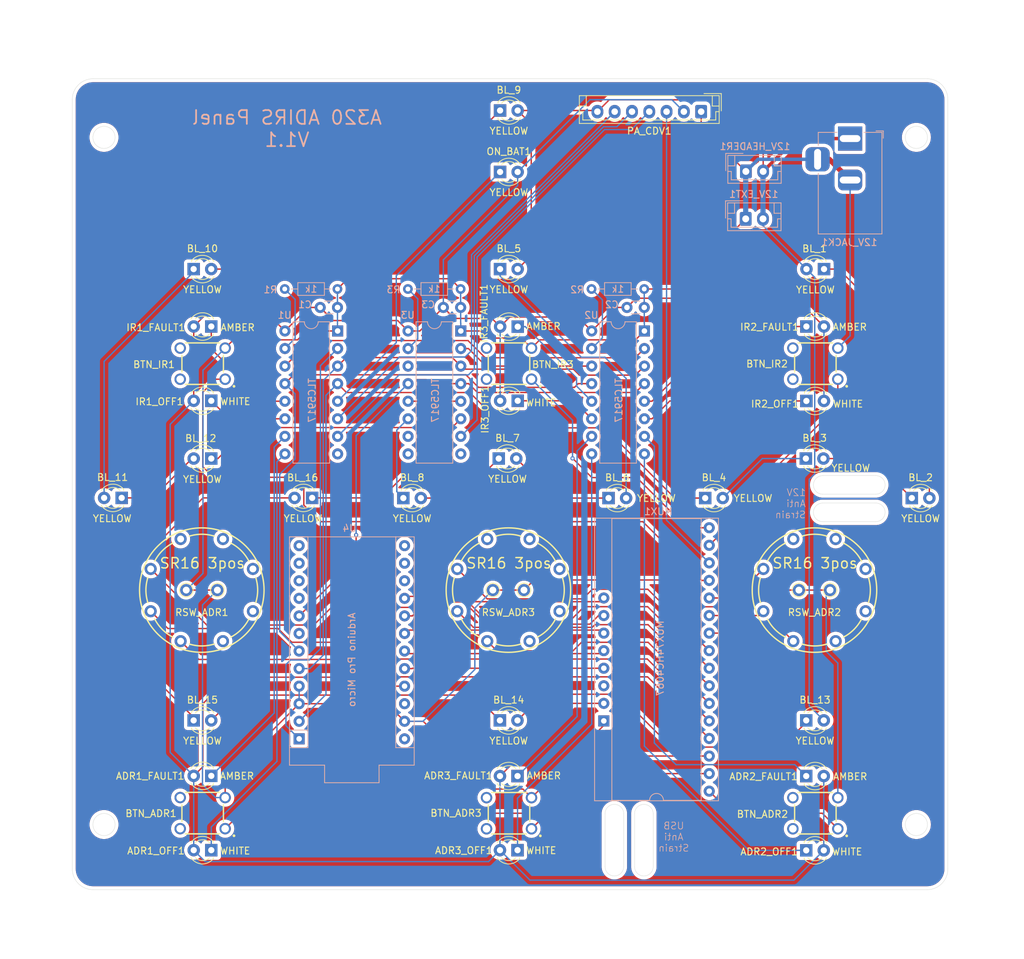
<source format=kicad_pcb>
(kicad_pcb (version 20240108) (generator "pcbnew") (generator_version "8.0")
  (title_block (title "A320 ADIRS Panel") (date "2024-11-28") (rev "V1.1") (company "S.K."))
  (layers (0 "F.Cu" signal) (31 "B.Cu" signal) (34 "B.Paste" user) (35 "F.Paste" user) (36 "B.SilkS" user "B.Silkscreen") (37 "F.SilkS" user "F.Silkscreen") (38 "B.Mask" user) (39 "F.Mask" user) (44 "Edge.Cuts" user))
  (net 0 "")
  (net 1 "12V_IN")
  (net 2 "GND")
  (net 3 "ADR1_FAULT")
  (net 4 "ADR1_OFF")
  (net 5 "+5V")
  (net 6 "ADR2_FAULT")
  (net 7 "ADR2_OFF")
  (net 8 "ADR3_FAULT")
  (net 9 "ADR3_OFF")
  (net 10 "Net-(BL_1-K)")
  (net 11 "Net-(BL_2-K)")
  (net 12 "Net-(BL_3-K)")
  (net 13 "BACKLIGHT_1")
  (net 14 "Net-(BL_5-K)")
  (net 15 "Net-(BL_6-K)")
  (net 16 "Net-(BL_7-K)")
  (net 17 "BACKLIGHT_2")
  (net 18 "Net-(BL_10-A)")
  (net 19 "Net-(BL_10-K)")
  (net 20 "Net-(BL_11-K)")
  (net 21 "BACKLIGHT_3")
  (net 22 "Net-(BL_13-K)")
  (net 23 "Net-(BL_14-K)")
  (net 24 "Net-(BL_15-K)")
  (net 25 "BACKLIGHT_4")
  (net 26 "IR1_FAULT")
  (net 28 "IR2_FAULT")
  (net 29 "BTN_ADR1")
  (net 30 "IR3_FAULT")
  (net 34 "BTN_ADR2")
  (net 37 "BTN_ADR3")
  (net 38 "BTN_IR1")
  (net 43 "BTN_IR2")
  (net 46 "BTN_IR3")
  (net 47 "ON_BAT")
  (net 53 "IR1_OFF")
  (net 54 "IR2_OFF")
  (net 55 "IR3_OFF")
  (net 56 "RSW_ADR1_OFF")
  (net 58 "RSW_ADR1_ATT")
  (net 59 "MUX1_DATA")
  (net 60 "RSW_ADR2_NAV")
  (net 61 "MUX_S0")
  (net 62 "MUX_S3")
  (net 65 "RSW_ADR3_ATT")
  (net 66 "Net-(U1-R-EXT)")
  (net 67 "Net-(U2-R-EXT)")
  (net 68 "Net-(U3-R-EXT)")
  (net 69 "RSW_ADR2_ATT")
  (net 70 "RSW_ADR1_NAV")
  (net 71 "RSW_ADR2_OFF")
  (net 82 "RSW_ADR3_NAV")
  (net 83 "RSW_ADR3_OFF")
  (net 93 "CDV_OFF")
  (net 95 "BTN_CDV_OFF")
  (net 99 "MUX_S2")
  (net 100 "MUX_S1")
  (net 101 "OSH_DOUT1")
  (net 102 "OSH_CLOCK")
  (net 103 "OSH_DIN")
  (net 104 "OUT_BRT_LED")
  (net 105 "OSH_LATCH")
  (net 106 "OSH_DOUT2")
  (net 107 "OUT_BRT_BACK")
  (net 108 "PA_IN_USE")
  (net 109 "BACKLIGHT_EXT")
  (footprint "LED_THT:LED_D3.0mm" (layer "F.Cu") (at 178.6382 124.968)
    (property "Reference" "BL_13")
    (property "Value" "YELLOW")
  )
  (footprint "LED_THT:LED_D3.0mm" (layer "F.Cu") (at 181.2136 59.69 180)
    (property "Reference" "BL_1")
    (property "Value" "YELLOW")
  )
  (footprint "LED_THT:LED_D3.0mm" (layer "F.Cu") (at 92.6338 78.74 180)
    (property "Reference" "IR1_OFF1")
    (property "Value" "WHITE")
  )
  (footprint "My:SR16-AB" (layer "F.Cu") (at 179.832 106.1212)
    (property "Reference" "RSW_ADR2")
    (property "Value" "SR16 3pos")
  )
  (footprint "LED_THT:LED_D3.0mm" (layer "F.Cu") (at 120.396 92.8116)
    (property "Reference" "BL_8")
    (property "Value" "YELLOW")
  )
  (footprint "LED_THT:LED_D3.0mm" (layer "F.Cu") (at 150.0632 92.8116)
    (property "Reference" "BL_6")
    (property "Value" "YELLOW")
  )
  (footprint "LED_THT:LED_D3.0mm" (layer "F.Cu") (at 134.3814 59.69)
    (property "Reference" "BL_5")
    (property "Value" "YELLOW")
  )
  (footprint "SamacSys_Parts:B3F1000" (layer "F.Cu") (at 135.6747 138.3945)
    (property "Reference" "BTN_ADR3")
    (property "Value" "B3F-1055" (hide yes))
  )
  (footprint "My:SR16-AB" (layer "F.Cu") (at 135.5852 106.1212)
    (property "Reference" "RSW_ADR3")
    (property "Value" "SR16 3pos")
  )
  (footprint "LED_THT:LED_D3.0mm" (layer "F.Cu") (at 134.356 124.968)
    (property "Reference" "BL_14")
    (property "Value" "YELLOW")
  )
  (footprint "LED_THT:LED_D3.0mm" (layer "F.Cu") (at 134.3814 36.7538)
    (property "Reference" "BL_9")
    (property "Value" "YELLOW")
  )
  (footprint "LED_THT:LED_D3.0mm" (layer "F.Cu") (at 136.906 143.7386 180)
    (property "Reference" "ADR3_OFF1")
    (property "Value" "WHITE")
  )
  (footprint "My:SR16-AB" (layer "F.Cu") (at 91.2622 106.1212)
    (property "Reference" "RSW_ADR1")
    (property "Value" "SR16 3pos")
  )
  (footprint "SamacSys_Parts:B3F1000" (layer "F.Cu") (at 91.3892 73.3705)
    (property "Reference" "BTN_IR1")
    (property "Value" "B3F-1055" (hide yes))
  )
  (footprint "LED_THT:LED_D3.0mm" (layer "F.Cu") (at 134.1882 87.0966)
    (property "Reference" "BL_7")
    (property "Value" "YELLOW")
  )
  (footprint "LED_THT:LED_D3.0mm" (layer "F.Cu") (at 164.0332 92.8116)
    (property "Reference" "BL_4")
    (property "Value" "YELLOW")
  )
  (footprint "LED_THT:LED_D3.0mm" (layer "F.Cu") (at 136.9314 68.0212 180)
    (property "Reference" "IR3_FAULT1")
    (property "Value" "AMBER")
  )
  (footprint "LED_THT:LED_D3.0mm" (layer "F.Cu") (at 134.3814 45.6438)
    (property "Reference" "ON_BAT1")
    (property "Value" "YELLOW")
  )
  (footprint "LED_THT:LED_D3.0mm" (layer "F.Cu") (at 107.2134 92.7862 180)
    (property "Reference" "BL_16")
    (property "Value" "YELLOW")
  )
  (footprint "LED_THT:LED_D3.0mm" (layer "F.Cu") (at 193.9036 92.8116)
    (property "Reference" "BL_2")
    (property "Value" "YELLOW")
  )
  (footprint "SamacSys_Parts:B3F1000" (layer "F.Cu") (at 179.9602 138.394)
    (property "Reference" "BTN_ADR2")
    (property "Value" "B3F-1055" (hide yes))
  )
  (footprint "LED_THT:LED_D3.0mm" (layer "F.Cu") (at 178.6382 143.764)
    (property "Reference" "ADR2_OFF1")
    (property "Value" "WHITE")
  )
  (footprint "LED_THT:LED_D3.0mm" (layer "F.Cu") (at 136.906 133.0198 180)
    (property "Reference" "ADR3_FAULT1")
    (property "Value" "AMBER")
  )
  (footprint "LED_THT:LED_D3.0mm" (layer "F.Cu") (at 92.6338 67.9958 180)
    (property "Reference" "IR1_FAULT1")
    (property "Value" "AMBER")
  )
  (footprint "LED_THT:LED_D3.0mm" (layer "F.Cu") (at 178.6382 133.0198)
    (property "Reference" "ADR2_FAULT1")
    (property "Value" "AMBER")
  )
  (footprint "SamacSys_Parts:B3F1000" (layer "F.Cu") (at 135.6747 73.3705)
    (property "Reference" "BTN_IR3")
    (property "Value" "B3F-1055" (hide yes))
  )
  (footprint "LED_THT:LED_D3.0mm" (layer "F.Cu") (at 92.6338 87.0966 180)
    (property "Reference" "BL_12")
    (property "Value" "YELLOW")
  )
  (footprint "Connector_JST:JST_EH_B7B-EH-A_1x07_P2.50mm_Vertical" (layer "F.Cu") (at 163.45 36.92 180)
    (property "Reference" "PA_CDV1")
    (property "Value" "Pin Header 1x07")
  )
  (footprint "SamacSys_Parts:B3F1000" (layer "F.Cu") (at 91.3892 138.3792)
    (property "Reference" "BTN_ADR1")
    (property "Value" "B3F-1055" (hide yes))
  )
  (footprint "LED_THT:LED_D3.0mm" (layer "F.Cu") (at 178.5874 87.0966)
    (property "Reference" "BL_3")
    (property "Value" "YELLOW")
  )
  (footprint "LED_THT:LED_D3.0mm" (layer "F.Cu") (at 90.0838 59.69)
    (property "Reference" "BL_10")
    (property "Value" "YELLOW")
  )
  (footprint "LED_THT:LED_D3.0mm" (layer "F.Cu") (at 90.0838 124.968)
    (property "Reference" "BL_15")
    (property "Value" "YELLOW")
  )
  (footprint "LED_THT:LED_D3.0mm" (layer "F.Cu") (at 92.6338 143.7386 180)
    (property "Reference" "ADR1_OFF1")
    (property "Value" "WHITE")
  )
  (footprint "LED_THT:LED_D3.0mm" (layer "F.Cu") (at 178.6636 67.9958)
    (property "Reference" "IR2_FAULT1")
    (property "Value" "AMBER")
  )
  (footprint "LED_THT:LED_D3.0mm" (layer "F.Cu") (at 79.6798 92.7862 180)
    (property "Reference" "BL_11")
    (property "Value" "YELLOW")
  )
  (footprint "SamacSys_Parts:B3F1000" (layer "F.Cu") (at 179.9602 73.3705)
    (property "Reference" "BTN_IR2")
    (property "Value" "B3F-1055" (hide yes))
  )
  (footprint "LED_THT:LED_D3.0mm" (layer "F.Cu") (at 136.9314 78.74 180)
    (property "Reference" "IR3_OFF1")
    (property "Value" "WHITE")
  )
  (footprint "LED_THT:LED_D3.0mm" (layer "F.Cu") (at 178.6636 78.7654)
    (property "Reference" "IR2_OFF1")
    (property "Value" "WHITE")
  )
  (footprint "LED_THT:LED_D3.0mm" (layer "F.Cu") (at 92.6338 132.9944 180)
    (property "Reference" "ADR1_FAULT1")
    (property "Value" "AMBER")
  )
  (footprint "My:MUX74HC4067" (layer "B.Cu") (at 157.5308 115.9764 180)
    (property "Reference" "MUX1")
    (property "Value" "MUX74HC4067")
  )
  (footprint "Capacitor_THT:C_Disc_D3.0mm_W1.6mm_P2.50mm" (layer "B.Cu") (at 108.378 65.2398)
    (property "Reference" "C1")
    (property "Value" "0.1uF Ceramic" (hide yes))
  )
  (footprint "Capacitor_THT:C_Disc_D3.0mm_W1.6mm_P2.50mm" (layer "B.Cu") (at 126.1834 65.2398)
    (property "Reference" "C3")
    (property "Value" "0.1uF Ceramic" (hide yes))
  )
  (footprint "Package_DIP:DIP-16_W7.62mm" (layer "B.Cu") (at 110.898 68.6434 180)
    (property "Reference" "U1")
    (property "Value" "TLC5917")
  )
  (footprint "Capacitor_THT:C_Disc_D3.0mm_W1.6mm_P2.50mm" (layer "B.Cu") (at 152.7264 65.2398)
    (property "Reference" "C2")
    (property "Value" "0.1uF Ceramic" (hide yes))
  )
  (footprint "Arduino:Sparkfun_Pro_Micro" (layer "B.Cu") (at 120.5738 99.695 180)
    (property "Reference" "U4")
    (property "Value" "Arduino Pro Micro")
  )
  (footprint "Resistor_THT:R_Axial_DIN0204_L3.6mm_D1.6mm_P7.62mm_Horizontal" (layer "B.Cu") (at 121.058 62.5728)
    (property "Reference" "R3")
    (property "Value" "1k")
  )
  (footprint "Connector_JST:JST_EH_B2B-EH-A_1x02_P2.50mm_Vertical" (layer "B.Cu") (at 169.8898 52.4256)
    (property "Reference" "12V_EXT1")
    (property "Value" "Pin Header 1x02" (hide yes))
  )
  (footprint "Package_DIP:DIP-16_W7.62mm" (layer "B.Cu") (at 128.7034 68.6434 180)
    (property "Reference" "U3")
    (property "Value" "TLC5917")
  )
  (footprint "Connector_JST:JST_EH_B2B-EH-A_1x02_P2.50mm_Vertical" (layer "B.Cu") (at 169.9152 45.5676)
    (property "Reference" "12V_HEADER1")
    (property "Value" "Pin Header 1x02" (hide yes))
  )
  (footprint "Package_DIP:DIP-16_W7.62mm" (layer "B.Cu") (at 155.2464 68.6434 180)
    (property "Reference" "U2")
    (property "Value" "TLC5917")
  )
  (footprint "Resistor_THT:R_Axial_DIN0204_L3.6mm_D1.6mm_P7.62mm_Horizontal" (layer "B.Cu") (at 147.601 62.5728)
    (property "Reference" "R2")
    (property "Value" "1k")
  )
  (footprint "Connector_BarrelJack:BarrelJack_Horizontal" (layer "B.Cu") (at 184.9805 40.8122 90)
    (property "Reference" "12V_JACK1")
    (property "Value" "Power Jack")
  )
  (footprint "Resistor_THT:R_Axial_DIN0204_L3.6mm_D1.6mm_P7.62mm_Horizontal" (layer "B.Cu") (at 103.2526 62.5728)
    (property "Reference" "R1")
    (property "Value" "1k")
  )
  (gr_line (start 75.5424 32.1643) (end 196.115 32.1643) (stroke (width 0.05)) (layer "Edge.Cuts"))
  (gr_arc (start 199.115 146.4503) (mid 198.23632 148.57162) (end 196.115 149.4503) (stroke (width 0.05)) (layer "Edge.Cuts"))
  (gr_line (start 152.24639 146.12224) (end 152.24639 138.4554) (stroke (width 0.05)) (layer "Edge.Cuts"))
  (gr_circle (center 194.564 140.0302) (end 196.164 140.0302) (stroke (width 0.05)) (fill none) (layer "Edge.Cuts"))
  (gr_line (start 196.115 149.4503) (end 75.5424 149.4503) (stroke (width 0.05)) (layer "Edge.Cuts"))
  (gr_line (start 181.02382 89.56282) (end 188.69462 89.56282) (stroke (width 0.05)) (layer "Edge.Cuts"))
  (gr_line (start 181.02778 92.2528) (end 188.69462 92.2528) (stroke (width 0.05)) (layer "Edge.Cuts"))
  (gr_arc (start 152.2476 146.12224) (mid 150.90261 147.46729) (end 149.55762 146.12224) (stroke (width 0.05)) (layer "Edge.Cuts"))
  (gr_arc (start 196.115 32.1643) (mid 198.23632 33.04298) (end 199.115 35.1643) (stroke (width 0.05)) (layer "Edge.Cuts"))
  (gr_arc (start 156.51601 146.1262) (mid 155.17102 147.4712) (end 153.82603 146.1262) (stroke (width 0.05)) (layer "Edge.Cuts"))
  (gr_circle (center 77.124873 140.0302) (end 78.724873 140.0302) (stroke (width 0.05)) (fill none) (layer "Edge.Cuts"))
  (gr_arc (start 188.69457 93.53061) (mid 190.03949 94.8756) (end 188.69457 96.22059) (stroke (width 0.05)) (layer "Edge.Cuts"))
  (gr_line (start 72.5424 146.4503) (end 72.5424 35.1643) (stroke (width 0.05)) (layer "Edge.Cuts"))
  (gr_line (start 153.82482 146.13016) (end 153.82482 138.45936) (stroke (width 0.05)) (layer "Edge.Cuts"))
  (gr_line (start 181.02773 96.22059) (end 188.69457 96.22059) (stroke (width 0.05)) (layer "Edge.Cuts"))
  (gr_line (start 199.115 35.1643) (end 199.115 146.4503) (stroke (width 0.05)) (layer "Edge.Cuts"))
  (gr_arc (start 72.5424 35.1643) (mid 73.42108 33.04298) (end 75.5424 32.1643) (stroke (width 0.05)) (layer "Edge.Cuts"))
  (gr_arc (start 188.69462 89.56282) (mid 190.03958 90.9078) (end 188.69462 92.2528) (stroke (width 0.05)) (layer "Edge.Cuts"))
  (gr_line (start 156.5148 146.1262) (end 156.5148 138.45936) (stroke (width 0.05)) (layer "Edge.Cuts"))
  (gr_arc (start 181.02778 92.25401) (mid 179.68269 90.909) (end 181.02778 89.56403) (stroke (width 0.05)) (layer "Edge.Cuts"))
  (gr_line (start 181.02377 93.53061) (end 188.69457 93.53061) (stroke (width 0.05)) (layer "Edge.Cuts"))
  (gr_circle (center 194.564 40.64) (end 196.164 40.64) (stroke (width 0.05)) (fill none) (layer "Edge.Cuts"))
  (gr_arc (start 149.55641 138.4554) (mid 150.9014 137.1104) (end 152.24639 138.4554) (stroke (width 0.05)) (layer "Edge.Cuts"))
  (gr_arc (start 181.02773 96.2218) (mid 179.6827 94.8768) (end 181.02773 93.53182) (stroke (width 0.05)) (layer "Edge.Cuts"))
  (gr_arc (start 153.82482 138.45936) (mid 155.16981 137.11441) (end 156.5148 138.45936) (stroke (width 0.05)) (layer "Edge.Cuts"))
  (gr_circle (center 77.124873 40.64) (end 78.724873 40.64) (stroke (width 0.05)) (fill none) (layer "Edge.Cuts"))
  (gr_arc (start 75.5424 149.4503) (mid 73.42108 148.57162) (end 72.5424 146.4503) (stroke (width 0.05)) (layer "Edge.Cuts"))
  (gr_line (start 149.55641 146.1262) (end 149.55641 138.4554) (stroke (width 0.05)) (layer "Edge.Cuts"))
  (gr_text "USB\nAnti\nStrain" (at 159.4866 144.018 0) (layer "B.SilkS") (effects (font (size 1 1) (thickness 0.1)) (justify bottom mirror)))
  (gr_text "${TITLE}\n${REVISION}\n" (at 103.5812 42.164 0) (layer "B.SilkS") (effects (font (size 2 2) (thickness 0.25)) (justify bottom mirror)))
  (gr_text "12V\nAnti\nStrain" (at 178.6382 95.8088 0) (layer "B.SilkS") (effects (font (size 1 1) (thickness 0.1)) (justify left bottom mirror)))
  (segment (start 184.9805 40.8122) (end 177.1706 40.8122) (width 0.5) (layer "F.Cu") (net 1))
  (segment (start 165.84 35.21) (end 150.16 35.21) (width 0.2) (layer "F.Cu") (net 1))
  (segment (start 138.8872 57.7242) (end 138.8872 38.7196) (width 0.2) (layer "F.Cu") (net 1))
  (segment (start 136.9214 59.69) (end 138.8872 57.7242) (width 0.2) (layer "F.Cu") (net 1))
  (segment (start 136.9214 36.7538) (end 148.2838 36.7538) (width 0.2) (layer "F.Cu") (net 1))
  (segment (start 177.1706 40.8122) (end 172.4152 45.5676) (width 0.5) (layer "F.Cu") (net 1))
  (segment (start 150.16 35.21) (end 148.45 36.92) (width 0.2) (layer "F.Cu") (net 1))
  (segment (start 138.8872 38.7196) (end 136.9214 36.7538) (width 0.2) (layer "F.Cu") (net 1))
  (segment (start 172.4152 45.5676) (end 172.4152 41.7852) (width 0.2) (layer "F.Cu") (net 1))
  (segment (start 172.4152 41.7852) (end 165.84 35.21) (width 0.2) (layer "F.Cu") (net 1))
  (segment (start 179.8671 60.8835) (end 179.8671 89.304757) (width 0.2) (layer "B.Cu") (net 1))
  (segment (start 179.07 90.101857) (end 179.07 122.8598) (width 0.2) (layer "B.Cu") (net 1))
  (segment (start 178.6736 59.69) (end 179.8671 60.8835) (width 0.2) (layer "B.Cu") (net 1))
  (segment (start 172.3898 53.4062) (end 172.3898 52.4256) (width 0.2) (layer "B.Cu") (net 1))
  (segment (start 179.8671 89.304757) (end 179.07 90.101857) (width 0.2) (layer "B.Cu") (net 1))
  (segment (start 172.3898 52.4256) (end 172.3898 45.593) (width 0.75) (layer "B.Cu") (net 1))
  (segment (start 179.07 122.8598) (end 181.1782 124.968) (width 0.2) (layer "B.Cu") (net 1))
  (segment (start 178.6736 59.69) (end 172.3898 53.4062) (width 0.2) (layer "B.Cu") (net 1))
  (segment (start 105.3338 122.555) (end 118.0338 122.555) (width 0.2) (layer "F.Cu") (net 2))
  (segment (start 94.6392 133.2496) (end 105.3338 122.555) (width 0.2) (layer "F.Cu") (net 2))
  (segment (start 137.6796 134.8994) (end 138.9247 136.1445) (width 0.2) (layer "F.Cu") (net 2))
  (segment (start 123.2662 125.095) (end 133.0706 134.8994) (width 0.2) (layer "F.Cu") (net 2))
  (segment (start 132.567391 69.6722) (end 137.4764 69.6722) (width 0.2) (layer "F.Cu") (net 2))
  (segment (start 139.2974 104.659) (end 158.3292 104.659) (width 0.2) (layer "F.Cu") (net 2))
  (segment (start 158.3292 104.659) (end 162.2044 108.5342) (width 0.2) (layer "F.Cu") (net 2))
  (segment (start 131.538591 68.6434) (end 132.567391 69.6722) (width 0.2) (layer "F.Cu") (net 2))
  (segment (start 94.6392 71.1205) (end 95.8335 69.9262) (width 0.2) (layer "F.Cu") (net 2))
  (segment (start 94.6392 136.1292) (end 94.6392 133.2496) (width 0.2) (layer "F.Cu") (net 2))
  (segment (start 110.8726 62.5728) (end 112.3584 61.087) (width 0.2) (layer "F.Cu") (net 2))
  (segment (start 112.3584 61.087) (end 127.1922 61.087) (width 0.2) (layer "F.Cu") (net 2))
  (segment (start 137.4764 69.6722) (end 138.9247 71.1205) (width 0.2) (layer "F.Cu") (net 2))
  (segment (start 140.119 69.9262) (end 153.9636 69.9262) (width 0.2) (layer "F.Cu") (net 2))
  (segment (start 162.2044 108.5342) (end 170.2752 108.5342) (width 0.2) (layer "F.Cu") (net 2))
  (segment (start 170.2752 108.5342) (end 172.6882 106.1212) (width 0.2) (layer "F.Cu") (net 2))
  (segment (start 177.582 106.1212) (end 182.082 106.1212) (width 0.2) (layer "F.Cu") (net 2))
  (segment (start 133.0706 134.8994) (end 137.6796 134.8994) (width 0.2) (layer "F.Cu") (net 2))
  (segment (start 105.1052 69.9262) (end 106.388 68.6434) (width 0.2) (layer "F.Cu") (net 2))
  (segment (start 120.5738 125.095) (end 123.2662 125.095) (width 0.2) (layer "F.Cu") (net 2))
  (segment (start 95.8335 69.9262) (end 105.1052 69.9262) (width 0.2) (layer "F.Cu") (net 2))
  (segment (start 163.45 39.1024) (end 169.9152 45.5676) (width 0.2) (layer "F.Cu") (net 2))
  (segment (start 133.3352 106.1212) (end 137.8352 106.1212) (width 0.2) (layer "F.Cu") (net 2))
  (segment (start 106.388 68.6434) (end 110.898 68.6434) (width 0.2) (layer "F.Cu") (net 2))
  (segment (start 138.9247 136.1445) (end 149.3774 125.6918) (width 0.2) (layer "F.Cu") (net 2))
  (segment (start 181.9805 43.8122) (end 184.9805 46.8122) (width 0.75) (layer "F.Cu") (net 2))
  (segment (start 137.8352 106.1212) (end 139.2974 104.659) (width 0.2) (layer "F.Cu") (net 2))
  (segment (start 118.0338 122.555) (end 120.5738 125.095) (width 0.2) (layer "F.Cu") (net 2))
  (segment (start 153.9636 69.9262) (end 155.2464 68.6434) (width 0.2) (layer "F.Cu") (net 2))
  (segment (start 180.2805 43.8122) (end 181.9805 43.8122) (width 0.2) (layer "F.Cu") (net 2))
  (segment (start 155.221 62.5728) (end 159.7426 62.5728) (width 0.2) (layer "F.Cu") (net 2))
  (segment (start 89.0122 106.1212) (end 93.5122 106.1212) (width 0.2) (layer "F.Cu") (net 2))
  (segment (start 138.9247 71.1205) (end 140.119 69.9262) (width 0.2) (layer "F.Cu") (net 2))
  (segment (start 128.7034 68.6434) (end 131.538591 68.6434) (width 0.2) (layer "F.Cu") (net 2))
  (segment (start 159.7426 62.5728) (end 169.8898 52.4256) (width 0.2) (layer "F.Cu") (net 2))
  (segment (start 172.6882 106.1212) (end 177.582 106.1212) (width 0.2) (layer "F.Cu") (net 2))
  (segment (start 163.45 36.92) (end 163.45 39.1024) (width 0.2) (layer "F.Cu") (net 2))
  (segment (start 127.1922 61.087) (end 128.678 62.5728) (width 0.2) (layer "F.Cu") (net 2))
  (segment (start 128.678 65.2344) (end 128.678 62.5728) (width 0.2) (layer "B.Cu") (net 2))
  (segment (start 155.221 65.2344) (end 155.221 62.5728) (width 0.2) (layer "B.Cu") (net 2))
  (segment (start 183.2102 136.144) (end 183.2102 116.682) (width 0.2) (layer "B.Cu") (net 2))
  (segment (start 110.878 65.2398) (end 110.878 68.6234) (width 0.2) (layer "B.Cu") (net 2))
  (segment (start 91.3638 108.2696) (end 93.5122 106.1212) (width 0.2) (layer "B.Cu") (net 2))
  (segment (start 94.6392 71.1205) (end 91.4338 74.3259) (width 0.2) (layer "B.Cu") (net 2))
  (segment (start 128.6834 67.5233) (end 128.6834 65.2398) (width 0.2) (layer "B.Cu") (net 2))
  (segment (start 91.3638 134.239) (end 91.3638 108.2696) (width 0.2) (layer "B.Cu") (net 2))
  (segment (start 181.527607 106.675593) (end 181.527607 114.999407) (width 0.2) (layer "B.Cu") (net 2))
  (segment (start 94.6392 136.1292) (end 93.254 136.1292) (width 0.2) (layer "B.Cu") (net 2))
  (segment (start 184.9805 69.3502) (end 183.2102 71.1205) (width 0.2) (layer "B.Cu") (net 2))
  (segment (start 93.254 136.1292) (end 91.3638 134.239) (width 0.2) (layer "B.Cu") (net 2))
  (segment (start 105.3338 120.015) (end 105.3338 122.555) (width 0.2) (layer "B.Cu") (net 2))
  (segment (start 171.6706 43.8122) (end 169.9152 45.5676) (width 0.5) (layer "B.Cu") (net 2))
  (segment (start 184.9805 46.8122) (end 184.9805 69.3502) (width 0.2) (layer "B.Cu") (net 2))
  (segment (start 128.7034 68.6434) (end 128.7034 67.5433) (width 0.2) (layer "B.Cu") (net 2))
  (segment (start 155.2264 67.5233) (end 155.2264 65.2398) (width 0.2) (layer "B.Cu") (net 2))
  (segment (start 155.2464 67.5433) (end 155.2264 67.5233) (width 0.2) (layer "B.Cu") (net 2))
  (segment (start 169.8898 52.4256) (end 169.8898 45.593) (width 0.75) (layer "B.Cu") (net 2))
  (segment (start 182.082 106.1212) (end 181.527607 106.675593) (width 0.2) (layer "B.Cu") (net 2))
  (segment (start 155.2464 68.6434) (end 155.2464 67.5433) (width 0.2) (layer "B.Cu") (net 2))
  (segment (start 91.4338 103.6996) (end 89.0122 106.1212) (width 0.2) (layer "B.Cu") (net 2))
  (segment (start 130.7338 108.7226) (end 130.7338 117.602) (width 0.2) (layer "B.Cu") (net 2))
  (segment (start 123.2408 125.095) (end 120.5738 125.095) (width 0.2) (layer "B.Cu") (net 2))
  (segment (start 130.7338 117.602) (end 123.2408 125.095) (width 0.2) (layer "B.Cu") (net 2))
  (segment (start 133.3352 106.1212) (end 130.7338 108.7226) (width 0.2) (layer "B.Cu") (net 2))
  (segment (start 128.7034 67.5433) (end 128.6834 67.5233) (width 0.2) (layer "B.Cu") (net 2))
  (segment (start 180.2805 43.8122) (end 171.6706 43.8122) (width 0.5) (layer "B.Cu") (net 2))
  (segment (start 181.527607 114.999407) (end 183.2102 116.682) (width 0.2) (layer "B.Cu") (net 2))
  (segment (start 110.8726 65.2344) (end 110.8726 62.5728) (width 0.2) (layer "B.Cu") (net 2))
  (segment (start 91.4338 74.3259) (end 91.4338 103.6996) (width 0.2) (layer "B.Cu") (net 2))
  (segment (start 92.6338 132.9944) (end 101.727 123.9012) (width 0.2) (layer "B.Cu") (net 3))
  (segment (start 101.727 123.9012) (end 101.727 85.4344) (width 0.2) (layer "B.Cu") (net 3))
  (segment (start 101.727 85.4344) (end 103.278 83.8834) (width 0.2) (layer "B.Cu") (net 3))
  (segment (start 102.127 130.8926) (end 92.6338 140.3858) (width 0.2) (layer "B.Cu") (net 4))
  (segment (start 92.6338 140.3858) (end 92.6338 143.7386) (width 0.2) (layer "B.Cu") (net 4))
  (segment (start 102.127 87.5744) (end 102.127 130.8926) (width 0.2) (layer "B.Cu") (net 4))
  (segment (start 103.278 86.4234) (end 102.127 87.5744) (width 0.2) (layer "B.Cu") (net 4))
  (segment (start 134.3914 68.0212) (end 133.1976 66.8274) (width 0.2) (layer "F.Cu") (net 5))
  (segment (start 135.7884 66.6242) (end 145.6072 66.6242) (width 0.2) (layer "F.Cu") (net 5))
  (segment (start 147.6264 68.6434) (end 151.03 65.2398) (width 0.2) (layer "F.Cu") (net 5))
  (segment (start 91.6178 66.4718) (end 101.1064 66.4718) (width 0.2) (layer "F.Cu") (net 5))
  (segment (start 145.6072 66.6242) (end 147.6264 68.6434) (width 0.2) (layer "F.Cu") (net 5))
  (segment (start 90.0938 132.9944) (end 91.4238 131.6644) (width 0.2) (layer "F.Cu") (net 5))
  (segment (start 117.3226 118.7196) (end 118.618 120.015) (width 0.2) (layer "F.Cu") (net 5))
  (segment (start 133.1976 66.8274) (end 127.771 66.8274) (width 0.2) (layer "F.Cu") (net 5))
  (segment (start 118.618 120.015) (end 120.5738 120.015) (width 0.2) (layer "F.Cu") (net 5))
  (segment (start 121.0834 68.6434) (end 122.7798 68.6434) (width 0.2) (layer "F.Cu") (net 5))
  (segment (start 134.366 133.0198) (end 144.8816 122.5042) (width 0.2) (layer "F.Cu") (net 5))
  (segment (start 177.1142 63.9064) (end 181.2036 67.9958) (width 0.2) (layer "F.Cu") (net 5))
  (segment (start 101.1064 66.4718) (end 103.278 68.6434) (width 0.2) (layer "F.Cu") (net 5))
  (segment (start 110.2704 67.1322) (end 119.5722 67.1322) (width 0.2) (layer "F.Cu") (net 5))
  (segment (start 103.278 68.6434) (end 106.6816 65.2398) (width 0.2) (layer "F.Cu") (net 5))
  (segment (start 154.0598 63.9064) (end 177.1142 63.9064) (width 0.2) (layer "F.Cu") (net 5))
  (segment (start 144.8816 122.5042) (end 149.3774 122.5042) (width 0.2) (layer "F.Cu") (net 5))
  (segment (start 152.7264 65.2398) (end 154.0598 63.9064) (width 0.2) (layer "F.Cu") (net 5))
  (segment (start 90.0938 67.9958) (end 91.6178 66.4718) (width 0.2) (layer "F.Cu") (net 5))
  (segment (start 90.0938 78.74) (end 90.0938 67.9958) (width 0.2) (layer "F.Cu") (net 5))
  (segment (start 127.771 66.8274) (end 126.1834 65.2398) (width 0.2) (layer "F.Cu") (net 5))
  (segment (start 151.03 65.2398) (end 152.7264 65.2398) (width 0.2) (layer "F.Cu") (net 5))
  (segment (start 122.7798 68.6434) (end 126.1834 65.2398) (width 0.2) (layer "F.Cu") (net 5))
  (segment (start 108.378 65.2398) (end 110.2704 67.1322) (width 0.2) (layer "F.Cu") (net 5))
  (segment (start 134.3914 68.0212) (end 135.7884 66.6242) (width 0.2) (layer "F.Cu") (net 5))
  (segment (start 91.4238 122.5458) (end 95.25 118.7196) (width 0.2) (layer "F.Cu") (net 5))
  (segment (start 119.5722 67.1322) (end 121.0834 68.6434) (width 0.2) (layer "F.Cu") (net 5))
  (segment (start 106.6816 65.2398) (end 108.378 65.2398) (width 0.2) (layer "F.Cu") (net 5))
  (segment (start 95.25 118.7196) (end 117.3226 118.7196) (width 0.2) (layer "F.Cu") (net 5))
  (segment (start 91.4238 131.6644) (end 91.4238 122.5458) (width 0.2) (layer "F.Cu") (net 5))
  (segment (start 176.86841 148.07379) (end 181.1782 143.764) (width 0.2) (layer "B.Cu") (net 5))
  (segment (start 134.3914 68.0212) (end 134.3914 78.74) (width 0.2) (layer "B.Cu") (net 5))
  (segment (start 134.366 133.0198) (end 134.366 143.7386) (width 0.2) (layer "B.Cu") (net 5))
  (segment (start 136.9214 47.6096) (end 136.9214 45.6438) (width 0.2) (layer "B.Cu") (net 5))
  (segment (start 86.6902 82.1436) (end 90.0938 78.74) (width 0.2) (layer "B.Cu") (net 5))
  (segment (start 90.0938 143.7386) (end 91.7448 145.3896) (width 0.2) (layer "B.Cu") (net 5))
  (segment (start 132.715 145.3896) (end 134.366 143.7386) (width 0.2) (layer "B.Cu") (net 5))
  (segment (start 134.366 143.7386) (end 138.70119 148.07379) (width 0.2) (layer "B.Cu") (net 5))
  (segment (start 181.1782 133.0198) (end 181.1782 143.764) (width 0.2) (layer "B.Cu") (net 5))
  (segment (start 138.70119 148.07379) (end 176.86841 148.07379) (width 0.2) (layer "B.Cu") (net 5))
  (segment (start 126.1834 58.3476) (end 136.9214 47.6096) (width 0.2) (layer "B.Cu") (net 5))
  (segment (start 90.0938 132.9944) (end 86.6902 129.5908) (width 0.2) (layer "B.Cu") (net 5))
  (segment (start 90.0938 143.7386) (end 90.0938 132.9944) (width 0.2) (layer "B.Cu") (net 5))
  (segment (start 136.9214 45.6438) (end 147.3752 35.19) (width 0.2) (layer "B.Cu") (net 5))
  (segment (start 86.6902 129.5908) (end 86.6902 82.1436) (width 0.2) (layer "B.Cu") (net 5))
  (segment (start 126.1834 65.2398) (end 126.1834 58.3476) (width 0.2) (layer "B.Cu") (net 5))
  (segment (start 181.2036 67.9958) (end 181.2036 78.7654) (width 0.2) (layer "B.Cu") (net 5))
  (segment (start 91.7448 145.3896) (end 132.715 145.3896) (width 0.2) (layer "B.Cu") (net 5))
  (segment (start 147.3752 35.19) (end 159.22 35.19) (width 0.2) (layer "B.Cu") (net 5))
  (segment (start 159.22 35.19) (end 160.95 36.92) (width 0.2) (layer "B.Cu") (net 5))
  (segment (start 176.9872 131.3688) (end 178.6382 133.0198) (width 0.2) (layer "B.Cu") (net 6))
  (segment (start 156.6862 128.2382) (end 159.8168 131.3688) (width 0.2) (layer "B.Cu") (net 6))
  (segment (start 159.8168 131.3688) (end 176.9872 131.3688) (width 0.2) (layer "B.Cu") (net 6))
  (segment (start 155.2464 83.8834) (end 156.6862 85.3232) (width 0.2) (layer "B.Cu") (net 6))
  (segment (start 156.6862 85.3232) (end 156.6862 128.2382) (width 0.2) (layer "B.Cu") (net 6))
  (segment (start 170.3324 143.764) (end 155.2464 128.678) (width 0.2) (layer "B.Cu") (net 7))
  (segment (start 155.2464 128.678) (end 155.2464 86.4234) (width 0.2) (layer "B.Cu") (net 7))
  (segment (start 178.6382 143.764) (end 170.3324 143.764) (width 0.2) (layer "B.Cu") (net 7))
  (segment (start 145.5166 85.9932) (end 145.5166 124.4092) (width 0.2) (layer "B.Cu") (net 8))
  (segment (start 145.5166 124.4092) (end 136.906 133.0198) (width 0.2) (layer "B.Cu") (net 8))
  (segment (start 147.6264 83.8834) (end 145.5166 85.9932) (width 0.2) (layer "B.Cu") (net 8))
  (segment (start 136.906 143.7386) (end 136.906 136.2195) (width 0.2) (layer "B.Cu") (net 9))
  (segment (start 136.906 136.2195) (end 147.6264 125.4991) (width 0.2) (layer "B.Cu") (net 9))
  (segment (start 147.6264 125.4991) (end 147.6264 86.4234) (width 0.2) (layer "B.Cu") (net 9))
  (segment (start 181.2136 59.69) (end 183.3118 59.69) (width 0.2) (layer "F.Cu") (net 10))
  (segment (start 196.4436 92.8116) (end 196.4436 72.8218) (width 0.2) (layer "F.Cu") (net 10))
  (segment (start 196.4436 72.8218) (end 183.3118 59.69) (width 0.2) (layer "F.Cu") (net 10))
  (segment (start 188.1886 87.0966) (end 193.9036 92.8116) (width 0.2) (layer "F.Cu") (net 11))
  (segment (start 181.1274 87.0966) (end 188.1886 87.0966) (width 0.2) (layer "F.Cu") (net 11))
  (segment (start 178.5874 87.0966) (end 172.2882 87.0966) (width 0.2) (layer "B.Cu") (net 12))
  (segment (start 172.2882 87.0966) (end 166.5732 92.8116) (width 0.2) (layer "B.Cu") (net 12))
  (segment (start 159.639 92.8116) (end 149.479 82.6516) (width 0.2) (layer "F.Cu") (net 13))
  (segment (start 149.479 82.6516) (end 135.1026 82.6516) (width 0.2) (layer "F.Cu") (net 13))
  (segment (start 164.0332 92.8116) (end 159.639 92.8116) (width 0.2) (layer "F.Cu") (net 13))
  (segment (start 125.1078 78.8034) (end 121.0834 78.8034) (width 0.2) (layer "F.Cu") (net 13))
  (segment (start 129.9972 77.5462) (end 126.365 77.5462) (width 0.2) (layer "F.Cu") (net 13))
  (segment (start 126.365 77.5462) (end 125.1078 78.8034) (width 0.2) (layer "F.Cu") (net 13))
  (segment (start 135.1026 82.6516) (end 129.9972 77.5462) (width 0.2) (layer "F.Cu") (net 13))
  (segment (start 152.6032 75.515835) (end 149.528165 72.4408) (width 0.2) (layer "B.Cu") (net 14))
  (segment (start 146.1262 72.4408) (end 134.3814 60.696) (width 0.2) (layer "B.Cu") (net 14))
  (segment (start 134.3814 60.696) (end 134.3814 59.69) (width 0.2) (layer "B.Cu") (net 14))
  (segment (start 152.6032 92.8116) (end 152.6032 75.515835) (width 0.2) (layer "B.Cu") (net 14))
  (segment (start 149.528165 72.4408) (end 146.1262 72.4408) (width 0.2) (layer "B.Cu") (net 14))
  (segment (start 142.4432 92.8116) (end 136.7282 87.0966) (width 0.2) (layer "F.Cu") (net 15))
  (segment (start 150.0632 92.8116) (end 142.4432 92.8116) (width 0.2) (layer "F.Cu") (net 15))
  (segment (start 128.4732 92.8116) (end 134.1882 87.0966) (width 0.2) (layer "F.Cu") (net 16))
  (segment (start 122.936 92.8116) (end 128.4732 92.8116) (width 0.2) (layer "F.Cu") (net 16))
  (segment (start 119.4562 91.8718) (end 119.4562 82.9706) (width 0.2) (layer "B.Cu") (net 17))
  (segment (start 119.4562 82.9706) (end 121.0834 81.3434) (width 0.2) (layer "B.Cu") (net 17))
  (segment (start 120.396 92.8116) (end 119.4562 91.8718) (width 0.2) (layer "B.Cu") (net 17))
  (segment (start 111.4452 59.69) (end 92.6238 59.69) (width 0.2) (layer "F.Cu") (net 18))
  (segment (start 111.4452 59.69) (end 134.3814 36.7538) (width 0.2) (layer "F.Cu") (net 18))
  (segment (start 90.0838 60.1014) (end 77.1398 73.0454) (width 0.2) (layer "B.Cu") (net 19))
  (segment (start 77.1398 92.7862) (end 77.1398 73.0454) (width 0.2) (layer "B.Cu") (net 19))
  (segment (start 79.6798 92.7862) (end 84.1552 92.7862) (width 0.2) (layer "F.Cu") (net 20))
  (segment (start 84.1552 92.7862) (end 89.8448 87.0966) (width 0.2) (layer "F.Cu") (net 20))
  (segment (start 98.0681 82.6134) (end 122.7328 82.6134) (width 0.2) (layer "F.Cu") (net 21))
  (segment (start 126.5428 78.8034) (end 128.7034 78.8034) (width 0.2) (layer "F.Cu") (net 21))
  (segment (start 93.5849 87.0966) (end 98.0681 82.6134) (width 0.2) (layer "F.Cu") (net 21))
  (segment (start 92.3848 87.0966) (end 93.5849 87.0966) (width 0.2) (layer "F.Cu") (net 21))
  (segment (start 122.7328 82.6134) (end 126.5428 78.8034) (width 0.2) (layer "F.Cu") (net 21))
  (segment (start 151.5058 121.1834) (end 159.1512 128.8288) (width 0.2) (layer "F.Cu") (net 22))
  (segment (start 159.1512 128.8288) (end 175.0518 128.8288) (width 0.2) (layer "F.Cu") (net 22))
  (segment (start 140.6806 121.1834) (end 151.5058 121.1834) (width 0.2) (layer "F.Cu") (net 22))
  (segment (start 136.896 124.968) (end 140.6806 121.1834) (width 0.2) (layer "F.Cu") (net 22))
  (segment (start 175.0518 128.8288) (end 178.9126 124.968) (width 0.2) (layer "F.Cu") (net 22))
  (segment (start 92.6238 124.968) (end 96.2814 121.3104) (width 0.2) (layer "F.Cu") (net 23))
  (segment (start 96.2814 121.3104) (end 130.6984 121.3104) (width 0.2) (layer "F.Cu") (net 23))
  (segment (start 130.6984 121.3104) (end 134.356 124.968) (width 0.2) (layer "F.Cu") (net 23))
  (segment (start 82.3468 116.7892) (end 82.3468 101.8794) (width 0.2) (layer "F.Cu") (net 24))
  (segment (start 91.44 92.7862) (end 104.6734 92.7862) (width 0.2) (layer "F.Cu") (net 24))
  (segment (start 82.3468 101.8794) (end 91.44 92.7862) (width 0.2) (layer "F.Cu") (net 24))
  (segment (start 90.0838 124.5262) (end 82.3468 116.7892) (width 0.2) (layer "F.Cu") (net 24))
  (segment (start 107.2134 92.7862) (end 117.2606 92.7862) (width 0.2) (layer "F.Cu") (net 25))
  (segment (start 117.2606 92.7862) (end 128.7034 81.3434) (width 0.2) (layer "F.Cu") (net 25))
  (segment (start 92.6338 71.247) (end 100.1902 78.8034) (width 0.2) (layer "F.Cu") (net 26))
  (segment (start 92.6338 67.9958) (end 92.6338 71.247) (width 0.2) (layer "F.Cu") (net 26))
  (segment (start 100.1902 78.8034) (end 103.278 78.8034) (width 0.2) (layer "F.Cu") (net 26))
  (segment (start 178.6636 67.9958) (end 167.1541 67.9958) (width 0.2) (layer "F.Cu") (net 28))
  (segment (start 167.1541 67.9958) (end 156.3465 78.8034) (width 0.2) (layer "F.Cu") (net 28))
  (segment (start 155.2464 78.8034) (end 156.3465 78.8034) (width 0.2) (layer "F.Cu") (net 28))
  (segment (start 147.828 130.1242) (end 164.6174 130.1242) (width 0.2) (layer "F.Cu") (net 29))
  (segment (start 139.5577 138.3945) (end 147.828 130.1242) (width 0.2) (layer "F.Cu") (net 29))
  (segment (start 96.8739 138.3945) (end 139.5577 138.3945) (width 0.2) (layer "F.Cu") (net 29))
  (segment (start 94.6392 140.6292) (end 96.8739 138.3945) (width 0.2) (layer "F.Cu") (net 29))
  (segment (start 145.4404 75.4302) (end 145.4404 76.6174) (width 0.2) (layer "B.Cu") (net 30))
  (segment (start 138.0314 68.0212) (end 145.4404 75.4302) (width 0.2) (layer "B.Cu") (net 30))
  (segment (start 145.4404 76.6174) (end 147.6264 78.8034) (width 0.2) (layer "B.Cu") (net 30))
  (segment (start 136.9314 68.0212) (end 138.0314 68.0212) (width 0.2) (layer "B.Cu") (net 30))
  (segment (start 183.2102 140.644) (end 180.9602 138.394) (width 0.2) (layer "F.Cu") (net 34))
  (segment (start 180.9602 138.394) (end 167.8072 138.394) (width 0.2) (layer "F.Cu") (net 34))
  (segment (start 167.8072 138.394) (end 164.6174 135.2042) (width 0.2) (layer "F.Cu") (net 34))
  (segment (start 146.905 132.6642) (end 164.6174 132.6642) (width 0.2) (layer "F.Cu") (net 37))
  (segment (start 138.9247 140.6445) (end 146.905 132.6642) (width 0.2) (layer "F.Cu") (net 37))
  (segment (start 164.6174 104.7242) (end 163.5173 104.7242) (width 0.2) (layer "F.Cu") (net 38))
  (segment (start 106.0132 93.8315) (end 106.0132 91.4336) (width 0.2) (layer "F.Cu") (net 38))
  (segment (start 91.4146 88.2818) (end 91.4146 77.490657) (width 0.2) (layer "F.Cu") (net 38))
  (segment (start 91.4146 77.490657) (end 93.284757 75.6205) (width 0.2) (layer "F.Cu") (net 38))
  (segment (start 155.0177 96.2246) (end 108.4063 96.2246) (width 0.2) (layer "F.Cu") (net 38))
  (segment (start 108.4063 96.2246) (end 106.0132 93.8315) (width 0.2) (layer "F.Cu") (net 38))
  (segment (start 92.9386 89.8058) (end 91.4146 88.2818) (width 0.2) (layer "F.Cu") (net 38))
  (segment (start 106.0132 91.4336) (end 104.3854 89.8058) (width 0.2) (layer "F.Cu") (net 38))
  (segment (start 104.3854 89.8058) (end 92.9386 89.8058) (width 0.2) (layer "F.Cu") (net 38))
  (segment (start 93.284757 75.6205) (end 94.6392 75.6205) (width 0.2) (layer "F.Cu") (net 38))
  (segment (start 163.5173 104.7242) (end 155.0177 96.2246) (width 0.2) (layer "F.Cu") (net 38))
  (segment (start 164.6174 99.6442) (end 173.3804 90.8812) (width 0.2) (layer "F.Cu") (net 43))
  (segment (start 173.3804 90.8812) (end 173.3804 89.2556) (width 0.2) (layer "F.Cu") (net 43))
  (segment (start 183.2102 79.4258) (end 183.2102 75.6205) (width 0.2) (layer "F.Cu") (net 43))
  (segment (start 173.3804 89.2556) (end 183.2102 79.4258) (width 0.2) (layer "F.Cu") (net 43))
  (segment (start 147.66035 89.84995) (end 144.8428 87.0324) (width 0.2) (layer "F.Cu") (net 46))
  (segment (start 161.3967 97.1042) (end 154.14245 89.84995) (width 0.2) (layer "F.Cu") (net 46))
  (segment (start 154.14245 89.84995) (end 147.66035 89.84995) (width 0.2) (layer "F.Cu") (net 46))
  (segment (start 164.6174 97.1042) (end 161.3967 97.1042) (width 0.2) (layer "F.Cu") (net 46))
  (via (at 144.8562 87.0712) (size 0.6) (drill 0.3) (layers "F.Cu" "B.Cu") (net 46))
  (segment (start 144.8562 81.552) (end 144.8562 87.0712) (width 0.2) (layer "B.Cu") (net 46))
  (segment (start 138.9247 75.6205) (end 144.8562 81.552) (width 0.2) (layer "B.Cu") (net 46))
  (segment (start 119.37815 60.64705) (end 119.37815 70.32325) (width 0.2) (layer "B.Cu") (net 47))
  (segment (start 119.37815 70.32325) (end 110.898 78.8034) (width 0.2) (layer "B.Cu") (net 47))
  (segment (start 134.3814 45.6438) (end 119.37815 60.64705) (width 0.2) (layer "B.Cu") (net 47))
  (segment (start 95.2372 81.3434) (end 92.6338 78.74) (width 0.2) (layer "F.Cu") (net 53))
  (segment (start 103.278 81.3434) (end 95.2372 81.3434) (width 0.2) (layer "F.Cu") (net 53))
  (segment (start 155.2464 81.3434) (end 156.3465 81.3434) (width 0.2) (layer "F.Cu") (net 54))
  (segment (start 158.9245 78.7654) (end 156.3465 81.3434) (width 0.2) (layer "F.Cu") (net 54))
  (segment (start 178.6636 78.7654) (end 158.9245 78.7654) (width 0.2) (layer "F.Cu") (net 54))
  (segment (start 147.6264 81.3434) (end 145.023 78.74) (width 0.2) (layer "F.Cu") (net 55))
  (segment (start 145.023 78.74) (end 136.9314 78.74) (width 0.2) (layer "F.Cu") (net 55))
  (segment (start 116.8011 116.1542) (end 119.3169 118.67) (width 0.2) (layer "F.Cu") (net 56))
  (segment (start 155.7032 118.67) (end 164.6174 127.5842) (width 0.2) (layer "F.Cu") (net 56))
  (segment (start 90.8452 116.1542) (end 116.8011 116.1542) (width 0.2) (layer "F.Cu") (net 56))
  (segment (start 119.3169 118.67) (end 155.7032 118.67) (width 0.2) (layer "F.Cu") (net 56))
  (segment (start 88.2022 113.5112) (end 90.8452 116.1542) (width 0.2) (layer "F.Cu") (net 56))
  (segment (start 122.374484 108.62) (end 123.564484 107.43) (width 0.2) (layer "F.Cu") (net 58))
  (segment (start 144.4118 110.6424) (end 146.5342 108.52) (width 0.2) (layer "F.Cu") (net 58))
  (segment (start 129.331686 107.43) (end 132.544086 110.6424) (width 0.2) (layer "F.Cu") (net 58))
  (segment (start 107.448 111.1758) (end 110.0038 108.62) (width 0.2) (layer "F.Cu") (net 58))
  (segment (start 110.0038 108.62) (end 122.374484 108.62) (width 0.2) (layer "F.Cu") (net 58))
  (segment (start 123.564484 107.43) (end 129.331686 107.43) (width 0.2) (layer "F.Cu") (net 58))
  (segment (start 146.5342 108.52) (end 155.7132 108.52) (width 0.2) (layer "F.Cu") (net 58))
  (segment (start 155.7132 108.52) (end 164.6174 117.4242) (width 0.2) (layer "F.Cu") (net 58))
  (segment (start 132.544086 110.6424) (end 144.4118 110.6424) (width 0.2) (layer "F.Cu") (net 58))
  (segment (start 83.8722 103.0612) (end 91.9868 111.1758) (width 0.2) (layer "F.Cu") (net 58))
  (segment (start 91.9868 111.1758) (end 107.448 111.1758) (width 0.2) (layer "F.Cu") (net 58))
  (segment (start 148.844 107.7976) (end 130.264972 107.7976) (width 0.2) (layer "F.Cu") (net 59))
  (segment (start 120.8588 107.03) (end 129.497371 107.03) (width 0.2) (layer "F.Cu") (net 59))
  (segment (start 149.3774 107.2642) (end 148.844 107.7976) (width 0.2) (layer "F.Cu") (net 59))
  (segment (start 129.497371 107.03) (end 130.264972 107.7976) (width 0.2) (layer "F.Cu") (net 59))
  (segment (start 164.6174 109.8042) (end 171.819 109.8042) (width 0.2) (layer "F.Cu") (net 60))
  (segment (start 171.819 109.8042) (end 172.442 109.1812) (width 0.2) (layer "F.Cu") (net 60))
  (segment (start 121.7247 117.4242) (end 121.6739 117.475) (width 0.2) (layer "F.Cu") (net 61))
  (segment (start 120.5738 117.475) (end 121.6739 117.475) (width 0.2) (layer "F.Cu") (net 61))
  (segment (start 149.3774 117.4242) (end 121.7247 117.4242) (width 0.2) (layer "F.Cu") (net 61))
  (segment (start 148.6154 109.8042) (end 147.3708 111.0488) (width 0.2) (layer "F.Cu") (net 62))
  (segment (start 129.166 107.83) (end 132.3848 111.0488) (width 0.2) (layer "F.Cu") (net 62))
  (segment (start 149.3774 109.8042) (end 148.6154 109.8042) (width 0.2) (layer "F.Cu") (net 62))
  (segment (start 120.5738 109.855) (end 121.70517 109.855) (width 0.2) (layer "F.Cu") (net 62))
  (segment (start 147.3708 111.0488) (end 132.3848 111.0488) (width 0.2) (layer "F.Cu") (net 62))
  (segment (start 123.73017 107.83) (end 129.166 107.83) (width 0.2) (layer "F.Cu") (net 62))
  (segment (start 121.70517 109.855) (end 123.73017 107.83) (width 0.2) (layer "F.Cu") (net 62))
  (segment (start 147.7206 106) (end 155.7332 106) (width 0.2) (layer "F.Cu") (net 65))
  (segment (start 146.3294 107.3912) (end 147.7206 106) (width 0.2) (layer "F.Cu") (net 65))
  (segment (start 128.1952 103.0612) (end 132.5316 107.3976) (width 0.2) (layer "F.Cu") (net 65))
  (segment (start 155.7332 106) (end 164.6174 114.8842) (width 0.2) (layer "F.Cu") (net 65))
  (segment (start 132.5316 107.3976) (end 132.538 107.3912) (width 0.2) (layer "F.Cu") (net 65))
  (segment (start 132.538 107.3912) (end 146.3294 107.3912) (width 0.2) (layer "F.Cu") (net 65))
  (segment (start 104.7496 69.7118) (end 104.7496 64.0698) (width 0.2) (layer "B.Cu") (net 66))
  (segment (start 103.278 71.1834) (end 104.7496 69.7118) (width 0.2) (layer "B.Cu") (net 66))
  (segment (start 104.7496 64.0698) (end 103.2526 62.5728) (width 0.2) (layer "B.Cu") (net 66))
  (segment (start 149.1742 64.146) (end 147.601 62.5728) (width 0.2) (layer "B.Cu") (net 67))
  (segment (start 147.6264 71.1834) (end 149.1742 69.6356) (width 0.2) (layer "B.Cu") (net 67))
  (segment (start 149.1742 69.6356) (end 149.1742 64.146) (width 0.2) (layer "B.Cu") (net 67))
  (segment (start 121.0834 71.1834) (end 122.4788 69.788) (width 0.2) (layer "B.Cu") (net 68))
  (segment (start 122.4788 69.788) (end 122.4788 63.9936) (width 0.2) (layer "B.Cu") (net 68))
  (segment (start 122.4788 63.9936) (end 121.058 62.5728) (width 0.2) (layer "B.Cu") (net 68))
  (segment (start 168.239 107.2642) (end 172.442 103.0612) (width 0.2) (layer "F.Cu") (net 69))
  (segment (start 164.6174 107.2642) (end 168.239 107.2642) (width 0.2) (layer "F.Cu") (net 69))
  (segment (start 118.6942 116.0941) (end 155.6673 116.0941) (width 0.2) (layer "F.Cu") (net 70))
  (segment (start 83.8722 109.1812) (end 86.3748 111.6838) (width 0.2) (layer "F.Cu") (net 70))
  (segment (start 155.6673 116.0941) (end 164.6174 125.0442) (width 0.2) (layer "F.Cu") (net 70))
  (segment (start 86.3748 111.6838) (end 102.2922 111.6838) (width 0.2) (layer "F.Cu") (net 70))
  (segment (start 116.2651 113.665) (end 118.6942 116.0941) (width 0.2) (layer "F.Cu") (net 70))
  (segment (start 102.2922 111.6838) (end 104.2734 113.665) (width 0.2) (layer "F.Cu") (net 70))
  (segment (start 104.2734 113.665) (end 116.2651 113.665) (width 0.2) (layer "F.Cu") (net 70))
  (segment (start 175.605 112.3442) (end 176.772 113.5112) (width 0.2) (layer "F.Cu") (net 71))
  (segment (start 164.6174 112.3442) (end 175.605 112.3442) (width 0.2) (layer "F.Cu") (net 71))
  (segment (start 148.082 111.125) (end 155.7782 111.125) (width 0.2) (layer "F.Cu") (net 82))
  (segment (start 128.1952 109.1812) (end 130.52 111.506) (width 0.2) (layer "F.Cu") (net 82))
  (segment (start 130.52 111.506) (end 147.701 111.506) (width 0.2) (layer "F.Cu") (net 82))
  (segment (start 155.7782 111.125) (end 164.6174 119.9642) (width 0.2) (layer "F.Cu") (net 82))
  (segment (start 147.701 111.506) (end 148.082 111.125) (width 0.2) (layer "F.Cu") (net 82))
  (segment (start 132.5252 113.5112) (end 133.9236 114.9096) (width 0.2) (layer "F.Cu") (net 83))
  (segment (start 155.7832 113.67) (end 164.6174 122.5042) (width 0.2) (layer "F.Cu") (net 83))
  (segment (start 144.9187 114.9096) (end 146.1583 113.67) (width 0.2) (layer "F.Cu") (net 83))
  (segment (start 146.1583 113.67) (end 155.7832 113.67) (width 0.2) (layer "F.Cu") (net 83))
  (segment (start 133.9236 114.9096) (end 144.9187 114.9096) (width 0.2) (layer "F.Cu") (net 83))
  (segment (start 110.898 83.8834) (end 119.7914 74.99) (width 0.2) (layer "B.Cu") (net 93))
  (segment (start 130.66 57.775686) (end 149.325686 39.11) (width 0.2) (layer "B.Cu") (net 93))
  (segment (start 129.82 74.99) (end 130.66 74.15) (width 0.2) (layer "B.Cu") (net 93))
  (segment (start 149.325686 39.11) (end 151.26 39.11) (width 0.2) (layer "B.Cu") (net 93))
  (segment (start 151.26 39.11) (end 153.45 36.92) (width 0.2) (layer "B.Cu") (net 93))
  (segment (start 119.7914 74.99) (end 129.82 74.99) (width 0.2) (layer "B.Cu") (net 93))
  (segment (start 130.66 74.15) (end 130.66 57.775686) (width 0.2) (layer "B.Cu") (net 93))
  (segment (start 158.45 96.0168) (end 164.6174 102.1842) (width 0.2) (layer "B.Cu") (net 95))
  (segment (start 158.45 36.92) (end 158.45 96.0168) (width 0.2) (layer "B.Cu") (net 95))
  (segment (start 121.0628 111.906) (end 148.9392 111.906) (width 0.2) (layer "F.Cu") (net 99))
  (segment (start 120.9484 115.3096) (end 148.952 115.3096) (width 0.2) (layer "F.Cu") (net 100))
  (segment (start 132.230209 72.517) (end 153.924 72.517) (width 0.2) (layer "F.Cu") (net 101))
  (segment (start 153.924 72.5058) (end 155.2464 71.1834) (width 0.2) (layer "F.Cu") (net 101))
  (segment (start 103.278 73.7234) (end 106.9701 70.0313) (width 0.2) (layer "F.Cu") (net 101))
  (segment (start 129.744509 70.0313) (end 132.230209 72.517) (width 0.2) (layer "F.Cu") (net 101))
  (segment (start 106.9701 70.0313) (end 129.744509 70.0313) (width 0.2) (layer "F.Cu") (net 101))
  (segment (start 153.924 72.517) (end 153.924 72.5058) (width 0.2) (layer "F.Cu") (net 101))
  (segment (start 110.898 73.7234) (end 112.1298 72.4916) (width 0.2) (layer "F.Cu") (net 102))
  (segment (start 127.4716 72.4916) (end 128.7034 73.7234) (width 0.2) (layer "F.Cu") (net 102))
  (segment (start 145.8468 75.0316) (end 153.9382 75.0316) (width 0.2) (layer "F.Cu") (net 102))
  (segment (start 129.1479 74.1679) (end 144.9831 74.1679) (width 0.2) (layer "F.Cu") (net 102))
  (segment (start 153.9382 75.0316) (end 155.2464 73.7234) (width 0.2) (layer "F.Cu") (net 102))
  (segment (start 144.9831 74.1679) (end 145.8468 75.0316) (width 0.2) (layer "F.Cu") (net 102))
  (segment (start 112.1298 72.4916) (end 127.4716 72.4916) (width 0.2) (layer "F.Cu") (net 102))
  (segment (start 108.8134 115.5448) (end 106.8832 117.475) (width 0.2) (layer "B.Cu") (net 102))
  (segment (start 110.898 73.7234) (end 108.8134 75.808) (width 0.2) (layer "B.Cu") (net 102))
  (segment (start 108.8134 75.808) (end 108.8134 115.5448) (width 0.2) (layer "B.Cu") (net 102))
  (segment (start 106.8832 117.475) (end 105.3338 117.475) (width 0.2) (layer "B.Cu") (net 102))
  (segment (start 110.898 71.1834) (end 108.4134 73.668) (width 0.2) (layer "B.Cu") (net 103))
  (segment (start 104.0892 116.2304) (end 103.4288 116.8908) (width 0.2) (layer "B.Cu") (net 103))
  (segment (start 103.4288 116.8908) (end 103.4288 125.73) (width 0.2) (layer "B.Cu") (net 103))
  (segment (start 108.4134 114.5986) (end 106.7816 116.2304) (width 0.2) (layer "B.Cu") (net 103))
  (segment (start 103.4288 125.73) (end 105.3338 127.635) (width 0.2) (layer "B.Cu") (net 103))
  (segment (start 106.7816 116.2304) (end 104.0892 116.2304) (width 0.2) (layer "B.Cu") (net 103))
  (segment (start 108.4134 73.668) (end 108.4134 114.5986) (width 0.2) (layer "B.Cu") (net 103))
  (segment (start 131.2559 76.7966) (end 145.1358 76.7966) (width 0.2) (layer "F.Cu") (net 104))
  (segment (start 145.1358 76.7966) (end 145.669 76.2634) (width 0.2) (layer "F.Cu") (net 104))
  (segment (start 103.278 76.2634) (end 104.5606 74.9808) (width 0.2) (layer "F.Cu") (net 104))
  (segment (start 145.669 76.2634) (end 147.6264 76.2634) (width 0.2) (layer "F.Cu") (net 104))
  (segment (start 104.5606 74.9808) (end 129.4401 74.9808) (width 0.2) (layer "F.Cu") (net 104))
  (segment (start 129.4401 74.9808) (end 131.2559 76.7966) (width 0.2) (layer "F.Cu") (net 104))
  (segment (start 104.7323 77.7177) (end 103.278 76.2634) (width 0.2) (layer "B.Cu") (net 104))
  (segment (start 102.527 89.37) (end 104.7323 87.1647) (width 0.2) (layer "B.Cu") (net 104))
  (segment (start 104.7323 87.1647) (end 104.7323 77.7177) (width 0.2) (layer "B.Cu") (net 104))
  (segment (start 105.3338 114.935) (end 102.527 112.1282) (width 0.2) (layer "B.Cu") (net 104))
  (segment (start 102.527 112.1282) (end 102.527 89.37) (width 0.2) (layer "B.Cu") (net 104))
  (segment (start 128.7034 76.2634) (end 129.83477 76.2634) (width 0.2) (layer "F.Cu") (net 105))
  (segment (start 129.83477 76.2634) (end 131.11137 77.54) (width 0.2) (layer "F.Cu") (net 105))
  (segment (start 124.157814 76.2634) (end 128.7034 76.2634) (width 0.2) (layer "F.Cu") (net 105))
  (segment (start 153.9698 77.54) (end 155.2464 76.2634) (width 0.2) (layer "F.Cu") (net 105))
  (segment (start 110.898 76.2634) (end 112.1808 77.5462) (width 0.2) (layer "F.Cu") (net 105))
  (segment (start 112.1808 77.5462) (end 122.875014 77.5462) (width 0.2) (layer "F.Cu") (net 105))
  (segment (start 131.11137 77.54) (end 153.9698 77.54) (width 0.2) (layer "F.Cu") (net 105))
  (segment (start 122.875014 77.5462) (end 124.157814 76.2634) (width 0.2) (layer "F.Cu") (net 105))
  (segment (start 109.2134 121.2154) (end 105.3338 125.095) (width 0.2) (layer "B.Cu") (net 105))
  (segment (start 110.898 76.2634) (end 109.2134 77.948) (width 0.2) (layer "B.Cu") (net 105))
  (segment (start 109.2134 77.948) (end 109.2134 121.2154) (width 0.2) (layer "B.Cu") (net 105))
  (segment (start 128.7034 71.1834) (end 129.8035 71.1834) (width 0.2) (layer "F.Cu") (net 106))
  (segment (start 147.6264 73.7234) (end 132.3435 73.7234) (width 0.2) (layer "F.Cu") (net 106))
  (segment (start 132.3435 73.7234) (end 129.8035 71.1834) (width 0.2) (layer "F.Cu") (net 106))
  (segment (start 113.5718 101.617) (end 113.5718 98.1494) (width 0.2) (layer "F.Cu") (net 107))
  (segment (start 105.3338 109.855) (end 113.5718 101.617) (width 0.2) (layer "F.Cu") (net 107))
  (via (at 113.5718 98.1494) (size 0.6) (drill 0.3) (layers "F.Cu" "B.Cu") (net 107))
  (segment (start 113.5718 83.775) (end 121.0834 76.2634) (width 0.2) (layer "B.Cu") (net 107))
  (segment (start 113.5718 98.1494) (end 113.5718 83.775) (width 0.2) (layer "B.Cu") (net 107))
  (segment (start 119.8314 72.41) (end 129.33 72.41) (width 0.2) (layer "B.Cu") (net 108))
  (segment (start 110.898 81.3434) (end 119.8314 72.41) (width 0.2) (layer "B.Cu") (net 108))
  (segment (start 129.33 72.41) (end 130.26 71.48) (width 0.2) (layer "B.Cu") (net 108))
  (segment (start 130.26 57.61) (end 150.95 36.92) (width 0.2) (layer "B.Cu") (net 108))
  (segment (start 130.26 71.48) (end 130.26 57.61) (width 0.2) (layer "B.Cu") (net 108))
  (segment (start 153.36 39.51) (end 155.95 36.92) (width 0.2) (layer "B.Cu") (net 109))
  (segment (start 149.491372 39.51) (end 153.36 39.51) (width 0.2) (layer "B.Cu") (net 109))
  (segment (start 128.7034 83.8834) (end 131.06 81.5268) (width 0.2) (layer "B.Cu") (net 109))
  (segment (start 131.06 81.5268) (end 131.06 57.941372) (width 0.2) (layer "B.Cu") (net 109))
  (segment (start 131.06 57.941372) (end 149.491372 39.51) (width 0.2) (layer "B.Cu") (net 109))
  (zone (net 0) (net_name "") (layer "F.Cu") (connect_pads (clearance 0.5)) (min_thickness 0.25) (fill yes (thermal_gap 0.5) (thermal_bridge_width 0.5) (island_removal_mode 1) (island_area_min 10))
    (polygon (pts (xy 199.9488 31.4531) (xy 199.9488 150.404145) (xy 72.152431 150.212818) (xy 72.016706 31.4531)))
  )
  (zone (net 0) (net_name "") (layer "B.Cu") (priority 1) (connect_pads (clearance 0.5)) (min_thickness 0.25) (fill yes (thermal_gap 0.5) (thermal_bridge_width 0.5) (island_removal_mode 1) (island_area_min 10))
    (polygon (pts (xy 70.6882 30.81041) (xy 201.242665 30.815068) (xy 201.1172 151.961981) (xy 70.6882 151.74346)))
  )
)
</source>
